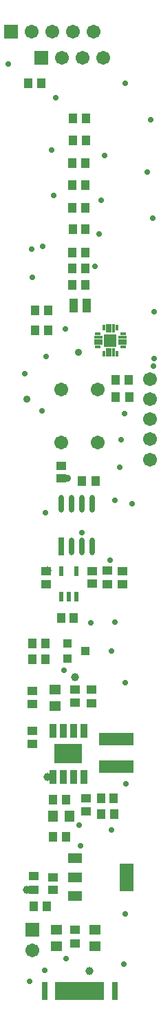
<source format=gts>
%FSLAX25Y25*%
%MOIN*%
G70*
G01*
G75*
G04 Layer_Color=8388736*
%ADD10R,0.03150X0.03937*%
%ADD11R,0.03937X0.03150*%
%ADD12R,0.04724X0.03937*%
%ADD13R,0.01575X0.03937*%
%ADD14R,0.03150X0.03543*%
%ADD15R,0.03150X0.03543*%
%ADD16R,0.02400X0.05906*%
%ADD17R,0.12402X0.08898*%
%ADD18R,0.03937X0.04724*%
%ADD19C,0.05906*%
%ADD20R,0.15748X0.05118*%
%ADD21R,0.03150X0.02559*%
%ADD22R,0.00787X0.02362*%
%ADD23R,0.00787X0.03150*%
%ADD24R,0.02362X0.00787*%
%ADD25R,0.03150X0.00787*%
%ADD26R,0.05118X0.05118*%
%ADD27O,0.01969X0.07874*%
%ADD28R,0.01969X0.07874*%
%ADD29R,0.05906X0.03937*%
%ADD30R,0.05906X0.12992*%
%ADD31R,0.01063X0.07874*%
%ADD32R,0.02362X0.07874*%
%ADD33C,0.01575*%
%ADD34C,0.01000*%
%ADD35C,0.03937*%
%ADD36C,0.00787*%
%ADD37C,0.01181*%
%ADD38R,0.05906X0.05906*%
%ADD39R,0.05906X0.05906*%
%ADD40C,0.01969*%
%ADD41C,0.03150*%
%ADD42C,0.02756*%
%ADD43C,0.00197*%
%ADD44C,0.00500*%
%ADD45C,0.00984*%
%ADD46C,0.00600*%
%ADD47C,0.00709*%
%ADD48C,0.00591*%
%ADD49C,0.00492*%
%ADD50R,0.03950X0.04737*%
%ADD51R,0.04737X0.03950*%
%ADD52R,0.05524X0.04737*%
%ADD53R,0.02375X0.04737*%
%ADD54R,0.03950X0.04343*%
%ADD55R,0.03950X0.04343*%
%ADD56R,0.03200X0.06706*%
%ADD57R,0.13202X0.09698*%
%ADD58R,0.04737X0.05524*%
%ADD59C,0.06706*%
%ADD60R,0.16548X0.05918*%
%ADD61R,0.03950X0.03359*%
%ADD62R,0.01587X0.03162*%
%ADD63R,0.01587X0.03950*%
%ADD64R,0.03162X0.01587*%
%ADD65R,0.03950X0.01587*%
%ADD66R,0.05918X0.05918*%
%ADD67O,0.02769X0.08674*%
%ADD68R,0.02769X0.08674*%
%ADD69R,0.06706X0.04737*%
%ADD70R,0.06706X0.13792*%
%ADD71R,0.01863X0.08674*%
%ADD72R,0.03162X0.08674*%
%ADD73R,0.06706X0.06706*%
%ADD74R,0.06706X0.06706*%
%ADD75C,0.02769*%
%ADD76C,0.03950*%
%ADD77C,0.03556*%
D50*
X44140Y-129600D02*
D03*
X37840D02*
D03*
X38708Y-290718D02*
D03*
X32409D02*
D03*
X18551Y-310682D02*
D03*
X24850D02*
D03*
X18551Y-303142D02*
D03*
X24850D02*
D03*
X34750Y-396730D02*
D03*
X28450D02*
D03*
X28524Y-378796D02*
D03*
X34823D02*
D03*
X51741Y-378035D02*
D03*
X58040D02*
D03*
X49207Y-224342D02*
D03*
X42513D02*
D03*
X38186Y-48700D02*
D03*
X44485D02*
D03*
X38200Y-59490D02*
D03*
X44500D02*
D03*
X38050Y-70378D02*
D03*
X44350D02*
D03*
X38030Y-81320D02*
D03*
X44330D02*
D03*
X38045Y-92143D02*
D03*
X44345D02*
D03*
X38070Y-102430D02*
D03*
X44370D02*
D03*
X37951Y-113702D02*
D03*
X44250D02*
D03*
X37980Y-121420D02*
D03*
X44280D02*
D03*
X19840Y-141770D02*
D03*
X26140D02*
D03*
X19980Y-151560D02*
D03*
X26280D02*
D03*
X58860Y-175410D02*
D03*
X65160D02*
D03*
X58953Y-183730D02*
D03*
X65646D02*
D03*
X51811Y-385815D02*
D03*
X58110D02*
D03*
X19250Y-430500D02*
D03*
X25550D02*
D03*
X22950Y-31950D02*
D03*
X16650D02*
D03*
D51*
X32600Y-217000D02*
D03*
Y-223300D02*
D03*
X39303Y-441861D02*
D03*
Y-448554D02*
D03*
X54980Y-274396D02*
D03*
Y-267704D02*
D03*
X47500Y-274300D02*
D03*
Y-268000D02*
D03*
X25130Y-274410D02*
D03*
Y-268110D02*
D03*
X47251Y-332048D02*
D03*
Y-325355D02*
D03*
X39391Y-331921D02*
D03*
Y-325621D02*
D03*
X18571Y-332340D02*
D03*
Y-326040D02*
D03*
X18561Y-351660D02*
D03*
Y-345360D02*
D03*
X44418Y-384328D02*
D03*
Y-378028D02*
D03*
X62300Y-268050D02*
D03*
Y-274350D02*
D03*
X19260Y-422636D02*
D03*
Y-415943D02*
D03*
X28470Y-416330D02*
D03*
Y-422629D02*
D03*
D52*
X48976Y-441871D02*
D03*
Y-449745D02*
D03*
X30333Y-441949D02*
D03*
Y-449823D02*
D03*
X29521Y-333508D02*
D03*
Y-325634D02*
D03*
D53*
X32540Y-268173D02*
D03*
X40020D02*
D03*
X36280Y-280378D02*
D03*
X40020D02*
D03*
X32540D02*
D03*
D54*
X35510Y-303148D02*
D03*
X44172Y-306888D02*
D03*
D55*
X35510Y-310628D02*
D03*
D56*
X43535Y-367857D02*
D03*
X38535D02*
D03*
X33535D02*
D03*
X28535D02*
D03*
Y-345357D02*
D03*
X33535D02*
D03*
X38535D02*
D03*
X43535D02*
D03*
D57*
X36035Y-356607D02*
D03*
D58*
X36421Y-386906D02*
D03*
X28547D02*
D03*
D59*
X75646Y-184854D02*
D03*
Y-175122D02*
D03*
Y-214052D02*
D03*
Y-194587D02*
D03*
Y-204319D02*
D03*
X50168Y-180075D02*
D03*
X32452D02*
D03*
X50168Y-205665D02*
D03*
X32452D02*
D03*
X18494Y-451912D02*
D03*
X52950Y-19540D02*
D03*
X42950D02*
D03*
X32950D02*
D03*
X48110Y-6700D02*
D03*
X38110D02*
D03*
X28110D02*
D03*
X18110D02*
D03*
D60*
X59263Y-349486D02*
D03*
Y-362871D02*
D03*
D61*
X38560Y-141080D02*
D03*
X44859D02*
D03*
X38560Y-137733D02*
D03*
X44859D02*
D03*
D62*
X53230Y-162699D02*
D03*
X59530D02*
D03*
Y-150101D02*
D03*
X53230D02*
D03*
D63*
X54805Y-162305D02*
D03*
X56380D02*
D03*
X57955D02*
D03*
Y-150495D02*
D03*
X56380D02*
D03*
X54805D02*
D03*
D64*
X62679Y-159550D02*
D03*
Y-153250D02*
D03*
X50081D02*
D03*
Y-159550D02*
D03*
D65*
X62286Y-157975D02*
D03*
Y-156400D02*
D03*
Y-154825D02*
D03*
X50475D02*
D03*
Y-156400D02*
D03*
Y-157975D02*
D03*
D66*
X56380Y-156400D02*
D03*
D67*
X37538Y-256096D02*
D03*
X42538D02*
D03*
X47538D02*
D03*
X32538Y-235624D02*
D03*
X37538D02*
D03*
X42538D02*
D03*
X47538D02*
D03*
D68*
X32538Y-256096D02*
D03*
D69*
X39268Y-407285D02*
D03*
Y-416340D02*
D03*
Y-425395D02*
D03*
D70*
X64072Y-416340D02*
D03*
D71*
X42414Y-471340D02*
D03*
X30603D02*
D03*
X32572D02*
D03*
X34540D02*
D03*
X36509D02*
D03*
X38477D02*
D03*
X40446D02*
D03*
X44383D02*
D03*
X46351D02*
D03*
X48320D02*
D03*
X50288D02*
D03*
X52257D02*
D03*
D72*
X24422D02*
D03*
X58438D02*
D03*
D73*
X18494Y-441912D02*
D03*
D74*
X22950Y-19540D02*
D03*
X8110Y-6700D02*
D03*
D75*
X34724Y-150669D02*
D03*
X49055Y-120512D02*
D03*
X36063Y-354252D02*
D03*
X40276D02*
D03*
X31850Y-358740D02*
D03*
X36063D02*
D03*
X40276D02*
D03*
X31850Y-354252D02*
D03*
X57677Y-155079D02*
D03*
Y-157598D02*
D03*
X55039D02*
D03*
Y-155039D02*
D03*
X56931Y-393345D02*
D03*
X42538Y-249430D02*
D03*
X56931Y-306888D02*
D03*
X66929Y-235433D02*
D03*
X77716Y-165315D02*
D03*
X77362Y-168858D02*
D03*
X56063Y-262795D02*
D03*
X18110Y-112205D02*
D03*
X75646Y-204319D02*
D03*
X63150Y-191929D02*
D03*
X63701Y-31850D02*
D03*
X75827Y-49488D02*
D03*
X53543Y-66732D02*
D03*
X51929Y-88543D02*
D03*
X50945Y-104842D02*
D03*
X29016Y-86221D02*
D03*
X27913Y-64173D02*
D03*
X29764Y-38819D02*
D03*
X6968Y-22402D02*
D03*
X23504Y-110827D02*
D03*
X18622Y-125906D02*
D03*
X25118Y-164016D02*
D03*
X14961Y-172323D02*
D03*
X23268Y-190354D02*
D03*
X61496Y-204409D02*
D03*
X61024Y-217677D02*
D03*
X77402Y-142323D02*
D03*
X74252Y-74961D02*
D03*
X77047Y-97244D02*
D03*
X58425Y-233701D02*
D03*
X24764Y-239724D02*
D03*
X58425Y-292874D02*
D03*
X47047Y-293228D02*
D03*
X33819Y-316024D02*
D03*
X63701Y-322126D02*
D03*
X63819Y-371024D02*
D03*
X41142Y-391102D02*
D03*
X41890Y-401142D02*
D03*
X24488Y-461417D02*
D03*
X35039Y-455669D02*
D03*
X62835Y-458347D02*
D03*
X63701Y-434213D02*
D03*
X17165Y-466811D02*
D03*
D76*
X25770Y-267891D02*
D03*
Y-367857D02*
D03*
X15789Y-422605D02*
D03*
X46351Y-461680D02*
D03*
X39391Y-319428D02*
D03*
X75646Y-175122D02*
D03*
D77*
X15789Y-184841D02*
D03*
X40787Y-162284D02*
D03*
X35677Y-223300D02*
D03*
M02*

</source>
